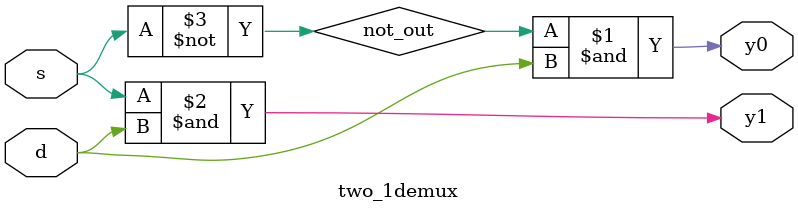
<source format=v>
`timescale 1ns / 1ps


module two_1demux(input d,s,output y0,y1);
not not_1(not_out,s);
and and_1(y0,not_out,d);
and and_2(y1,s,d);
endmodule

</source>
